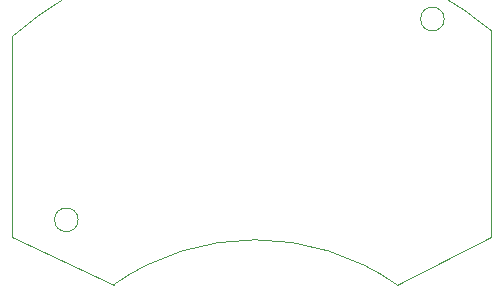
<source format=gbr>
G04 #@! TF.GenerationSoftware,KiCad,Pcbnew,(5.1.2-1)-1*
G04 #@! TF.CreationDate,2021-02-06T10:41:02+01:00*
G04 #@! TF.ProjectId,lir2450-charger,6c697232-3435-4302-9d63-686172676572,1.0.0*
G04 #@! TF.SameCoordinates,Original*
G04 #@! TF.FileFunction,Profile,NP*
%FSLAX46Y46*%
G04 Gerber Fmt 4.6, Leading zero omitted, Abs format (unit mm)*
G04 Created by KiCad (PCBNEW (5.1.2-1)-1) date 2021-02-06 10:41:02*
%MOMM*%
%LPD*%
G04 APERTURE LIST*
%ADD10C,0.050000*%
G04 APERTURE END LIST*
D10*
X58000000Y-54000000D02*
G75*
G03X58000000Y-54000000I-1000000J0D01*
G01*
X89000000Y-37000000D02*
G75*
G03X89000000Y-37000000I-1000000J0D01*
G01*
X52427659Y-55500000D02*
X61000001Y-59500001D01*
X52427659Y-38488754D02*
X52427659Y-55500000D01*
X84999999Y-59500001D02*
X93000000Y-55500000D01*
X61000000Y-59500001D02*
G75*
G02X84999999Y-59500001I12000000J-16999999D01*
G01*
X52427659Y-38488754D02*
G75*
G02X92999999Y-38000001I20572341J-23511246D01*
G01*
X93000000Y-38000000D02*
X93000000Y-55500000D01*
M02*

</source>
